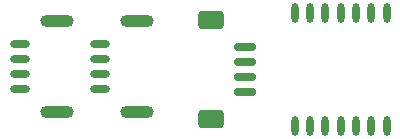
<source format=gbp>
%FSLAX44Y44*%
%MOMM*%
G71*
G01*
G75*
G04 Layer_Color=128*
%ADD10R,0.4572X0.3048*%
%ADD11R,0.3048X0.4572*%
G04:AMPARAMS|DCode=12|XSize=0.508mm|YSize=0.6096mm|CornerRadius=0.127mm|HoleSize=0mm|Usage=FLASHONLY|Rotation=180.000|XOffset=0mm|YOffset=0mm|HoleType=Round|Shape=RoundedRectangle|*
%AMROUNDEDRECTD12*
21,1,0.5080,0.3556,0,0,180.0*
21,1,0.2540,0.6096,0,0,180.0*
1,1,0.2540,-0.1270,0.1778*
1,1,0.2540,0.1270,0.1778*
1,1,0.2540,0.1270,-0.1778*
1,1,0.2540,-0.1270,-0.1778*
%
%ADD12ROUNDEDRECTD12*%
%ADD13R,1.2192X0.8128*%
%ADD14P,1.7321X8X22.5*%
%ADD15C,1.0000*%
G04:AMPARAMS|DCode=16|XSize=0.508mm|YSize=0.6096mm|CornerRadius=0.127mm|HoleSize=0mm|Usage=FLASHONLY|Rotation=270.000|XOffset=0mm|YOffset=0mm|HoleType=Round|Shape=RoundedRectangle|*
%AMROUNDEDRECTD16*
21,1,0.5080,0.3556,0,0,270.0*
21,1,0.2540,0.6096,0,0,270.0*
1,1,0.2540,-0.1778,-0.1270*
1,1,0.2540,-0.1778,0.1270*
1,1,0.2540,0.1778,0.1270*
1,1,0.2540,0.1778,-0.1270*
%
%ADD16ROUNDEDRECTD16*%
G04:AMPARAMS|DCode=17|XSize=0.7112mm|YSize=1.3208mm|CornerRadius=0.1778mm|HoleSize=0mm|Usage=FLASHONLY|Rotation=0.000|XOffset=0mm|YOffset=0mm|HoleType=Round|Shape=RoundedRectangle|*
%AMROUNDEDRECTD17*
21,1,0.7112,0.9652,0,0,0.0*
21,1,0.3556,1.3208,0,0,0.0*
1,1,0.3556,0.1778,-0.4826*
1,1,0.3556,-0.1778,-0.4826*
1,1,0.3556,-0.1778,0.4826*
1,1,0.3556,0.1778,0.4826*
%
%ADD17ROUNDEDRECTD17*%
%ADD18R,0.4000X0.4000*%
%ADD19R,0.6000X0.5500*%
%ADD20R,0.5000X0.6000*%
%ADD21R,0.6000X0.5000*%
%ADD22R,3.4500X3.4500*%
%ADD23O,0.3000X0.6000*%
%ADD24O,0.6000X0.3000*%
%ADD25R,1.4000X1.2000*%
%ADD26R,0.8500X0.3000*%
%ADD27R,1.3000X2.0000*%
%ADD28R,1.0000X0.6000*%
%ADD29C,0.2540*%
%ADD30C,0.1270*%
%ADD31C,0.3000*%
%ADD32C,1.5240*%
%ADD33C,0.4500*%
%ADD34O,0.6000X1.6500*%
G04:AMPARAMS|DCode=35|XSize=0.7mm|YSize=1.8mm|CornerRadius=0.175mm|HoleSize=0mm|Usage=FLASHONLY|Rotation=270.000|XOffset=0mm|YOffset=0mm|HoleType=Round|Shape=RoundedRectangle|*
%AMROUNDEDRECTD35*
21,1,0.7000,1.4500,0,0,270.0*
21,1,0.3500,1.8000,0,0,270.0*
1,1,0.3500,-0.7250,-0.1750*
1,1,0.3500,-0.7250,0.1750*
1,1,0.3500,0.7250,0.1750*
1,1,0.3500,0.7250,-0.1750*
%
%ADD35ROUNDEDRECTD35*%
G04:AMPARAMS|DCode=36|XSize=1.6mm|YSize=2.2mm|CornerRadius=0.4mm|HoleSize=0mm|Usage=FLASHONLY|Rotation=270.000|XOffset=0mm|YOffset=0mm|HoleType=Round|Shape=RoundedRectangle|*
%AMROUNDEDRECTD36*
21,1,1.6000,1.4000,0,0,270.0*
21,1,0.8000,2.2000,0,0,270.0*
1,1,0.8000,-0.7000,-0.4000*
1,1,0.8000,-0.7000,0.4000*
1,1,0.8000,0.7000,0.4000*
1,1,0.8000,0.7000,-0.4000*
%
%ADD36ROUNDEDRECTD36*%
G04:AMPARAMS|DCode=37|XSize=0.6096mm|YSize=1.7018mm|CornerRadius=0.3048mm|HoleSize=0mm|Usage=FLASHONLY|Rotation=270.000|XOffset=0mm|YOffset=0mm|HoleType=Round|Shape=RoundedRectangle|*
%AMROUNDEDRECTD37*
21,1,0.6096,1.0922,0,0,270.0*
21,1,0.0000,1.7018,0,0,270.0*
1,1,0.6096,-0.5461,0.0000*
1,1,0.6096,-0.5461,0.0000*
1,1,0.6096,0.5461,0.0000*
1,1,0.6096,0.5461,0.0000*
%
%ADD37ROUNDEDRECTD37*%
G04:AMPARAMS|DCode=38|XSize=2.8194mm|YSize=1.016mm|CornerRadius=0.508mm|HoleSize=0mm|Usage=FLASHONLY|Rotation=180.000|XOffset=0mm|YOffset=0mm|HoleType=Round|Shape=RoundedRectangle|*
%AMROUNDEDRECTD38*
21,1,2.8194,0.0000,0,0,180.0*
21,1,1.8034,1.0160,0,0,180.0*
1,1,1.0160,-0.9017,0.0000*
1,1,1.0160,0.9017,0.0000*
1,1,1.0160,0.9017,0.0000*
1,1,1.0160,-0.9017,0.0000*
%
%ADD38ROUNDEDRECTD38*%
%ADD39C,0.1016*%
%ADD40C,0.2500*%
%ADD41C,0.1000*%
%ADD42C,0.3000*%
%ADD43C,0.3000*%
%ADD44C,0.1500*%
%ADD45C,0.1524*%
%ADD46C,0.7620*%
%ADD47C,0.2000*%
%ADD48C,0.0518*%
%ADD49R,0.1524X0.5049*%
%ADD50R,0.5049X0.1524*%
%ADD51R,0.4500X0.4500*%
%ADD52R,0.4500X0.4500*%
%ADD53R,0.4500X0.4500*%
%ADD54R,0.4500X0.4500*%
%ADD55R,0.5080X0.3556*%
%ADD56R,0.3556X0.5080*%
G04:AMPARAMS|DCode=57|XSize=0.5588mm|YSize=0.6604mm|CornerRadius=0.1524mm|HoleSize=0mm|Usage=FLASHONLY|Rotation=180.000|XOffset=0mm|YOffset=0mm|HoleType=Round|Shape=RoundedRectangle|*
%AMROUNDEDRECTD57*
21,1,0.5588,0.3556,0,0,180.0*
21,1,0.2540,0.6604,0,0,180.0*
1,1,0.3048,-0.1270,0.1778*
1,1,0.3048,0.1270,0.1778*
1,1,0.3048,0.1270,-0.1778*
1,1,0.3048,-0.1270,-0.1778*
%
%ADD57ROUNDEDRECTD57*%
%ADD58R,1.2700X0.8636*%
%ADD59P,1.9520X8X22.5*%
%ADD60C,1.2032*%
%ADD61R,0.6032X0.6032*%
%ADD62R,0.8032X0.7532*%
%ADD63R,0.7032X0.8032*%
%ADD64R,0.8032X0.7032*%
%ADD65R,3.6532X3.6532*%
%ADD66O,0.5032X0.8032*%
%ADD67O,0.8032X0.5032*%
%ADD68R,1.6032X1.4032*%
%ADD69R,1.0532X0.5032*%
%ADD70R,1.5032X2.2032*%
%ADD71R,1.2032X0.8032*%
%ADD72C,1.7272*%
%ADD73O,0.8032X1.8532*%
G04:AMPARAMS|DCode=74|XSize=0.9032mm|YSize=2.0032mm|CornerRadius=0.2766mm|HoleSize=0mm|Usage=FLASHONLY|Rotation=270.000|XOffset=0mm|YOffset=0mm|HoleType=Round|Shape=RoundedRectangle|*
%AMROUNDEDRECTD74*
21,1,0.9032,1.4500,0,0,270.0*
21,1,0.3500,2.0032,0,0,270.0*
1,1,0.5532,-0.7250,-0.1750*
1,1,0.5532,-0.7250,0.1750*
1,1,0.5532,0.7250,0.1750*
1,1,0.5532,0.7250,-0.1750*
%
%ADD74ROUNDEDRECTD74*%
G04:AMPARAMS|DCode=75|XSize=1.8032mm|YSize=2.4032mm|CornerRadius=0.5016mm|HoleSize=0mm|Usage=FLASHONLY|Rotation=270.000|XOffset=0mm|YOffset=0mm|HoleType=Round|Shape=RoundedRectangle|*
%AMROUNDEDRECTD75*
21,1,1.8032,1.4000,0,0,270.0*
21,1,0.8000,2.4032,0,0,270.0*
1,1,1.0032,-0.7000,-0.4000*
1,1,1.0032,-0.7000,0.4000*
1,1,1.0032,0.7000,0.4000*
1,1,1.0032,0.7000,-0.4000*
%
%ADD75ROUNDEDRECTD75*%
G04:AMPARAMS|DCode=76|XSize=0.8128mm|YSize=1.905mm|CornerRadius=0.4064mm|HoleSize=0mm|Usage=FLASHONLY|Rotation=270.000|XOffset=0mm|YOffset=0mm|HoleType=Round|Shape=RoundedRectangle|*
%AMROUNDEDRECTD76*
21,1,0.8128,1.0922,0,0,270.0*
21,1,0.0000,1.9050,0,0,270.0*
1,1,0.8128,-0.5461,0.0000*
1,1,0.8128,-0.5461,0.0000*
1,1,0.8128,0.5461,0.0000*
1,1,0.8128,0.5461,0.0000*
%
%ADD76ROUNDEDRECTD76*%
G04:AMPARAMS|DCode=77|XSize=3.0226mm|YSize=1.2192mm|CornerRadius=0.6096mm|HoleSize=0mm|Usage=FLASHONLY|Rotation=180.000|XOffset=0mm|YOffset=0mm|HoleType=Round|Shape=RoundedRectangle|*
%AMROUNDEDRECTD77*
21,1,3.0226,0.0000,0,0,180.0*
21,1,1.8034,1.2192,0,0,180.0*
1,1,1.2192,-0.9017,0.0000*
1,1,1.2192,0.9017,0.0000*
1,1,1.2192,0.9017,0.0000*
1,1,1.2192,-0.9017,0.0000*
%
%ADD77ROUNDEDRECTD77*%
D34*
X913500Y775202D02*
D03*
X926500D02*
D03*
X939500D02*
D03*
X952500D02*
D03*
X965500D02*
D03*
X978500D02*
D03*
X991500D02*
D03*
X913500Y679202D02*
D03*
X926500D02*
D03*
X939500D02*
D03*
X952500D02*
D03*
X965500D02*
D03*
X978500D02*
D03*
X991500D02*
D03*
D35*
X871026Y745698D02*
D03*
Y733198D02*
D03*
Y708198D02*
D03*
Y720698D02*
D03*
D36*
X843026Y684698D02*
D03*
Y769198D02*
D03*
D37*
X748902Y710888D02*
D03*
Y723388D02*
D03*
Y735988D02*
D03*
Y748434D02*
D03*
X680576Y710888D02*
D03*
Y723388D02*
D03*
Y735988D02*
D03*
Y748434D02*
D03*
D38*
X780402Y691388D02*
D03*
Y767992D02*
D03*
X712076Y691388D02*
D03*
Y767992D02*
D03*
M02*

</source>
